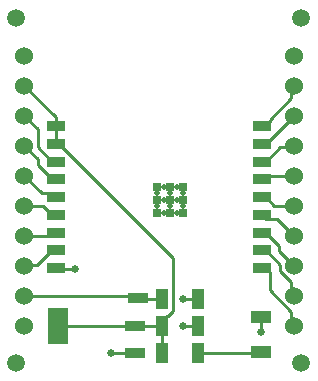
<source format=gtl>
G04*
G04 #@! TF.GenerationSoftware,Altium Limited,Altium Designer,24.0.1 (36)*
G04*
G04 Layer_Physical_Order=1*
G04 Layer_Color=255*
%FSLAX44Y44*%
%MOMM*%
G71*
G04*
G04 #@! TF.SameCoordinates,679F6686-0656-46BC-BDB5-5FE1FF963507*
G04*
G04*
G04 #@! TF.FilePolarity,Positive*
G04*
G01*
G75*
%ADD11C,0.2540*%
%ADD13C,1.5000*%
%ADD14R,0.7000X0.7000*%
%ADD15R,1.5000X0.9000*%
%ADD16R,1.8034X1.1176*%
%ADD17R,1.1176X1.8034*%
%ADD18R,1.7000X0.8382*%
%ADD19R,1.7000X3.0988*%
%ADD28C,0.5080*%
%ADD29C,1.5240*%
%ADD30C,0.6350*%
D11*
X93956Y-22860D02*
X94210Y-23114D01*
X73660Y-22860D02*
X93956D01*
X117094Y0D02*
Y3429D01*
X121412Y7747D01*
X121974D01*
X126492Y12265D01*
Y57008D01*
X26800Y153700D02*
X29800D01*
X126492Y57008D01*
X0Y25400D02*
X94424D01*
X11500Y151000D02*
Y166300D01*
X0Y177800D02*
X11500Y166300D01*
X26800Y153700D02*
Y168700D01*
X27240Y48260D02*
X43180D01*
X26800Y48700D02*
X27240Y48260D01*
X94424Y25400D02*
X96710Y23114D01*
X29210Y0D02*
X94210D01*
X117094Y-22860D02*
Y0D01*
X94210D02*
X117094D01*
X96964Y22860D02*
X117094D01*
X96710Y23114D02*
X96964Y22860D01*
X134620D02*
X147066D01*
X134620Y0D02*
X147066D01*
X200660Y-5080D02*
Y7366D01*
X147066Y-22860D02*
X200406D01*
X200660Y-22606D01*
X208030Y29806D02*
X226406Y11430D01*
X208030Y29806D02*
Y45470D01*
X204800Y48700D02*
X208030Y45470D01*
X226406Y2194D02*
X228600Y0D01*
X226406Y2194D02*
Y11430D01*
X201800Y48700D02*
X204800D01*
X201800Y63700D02*
X204800D01*
X217100Y51400D01*
Y46136D02*
Y51400D01*
Y46136D02*
X226406Y36830D01*
Y27594D02*
Y36830D01*
Y27594D02*
X228600Y25400D01*
X201800Y78700D02*
X204800D01*
X216241Y63159D02*
X228600Y50800D01*
X216241Y63159D02*
Y67259D01*
X204800Y78700D02*
X216241Y67259D01*
X201800Y93700D02*
X205030Y90470D01*
X214330D02*
X228600Y76200D01*
X205030Y90470D02*
X214330D01*
X201800Y108700D02*
X204800D01*
X211900Y101600D02*
X228600D01*
X204800Y108700D02*
X211900Y101600D01*
X204800Y123700D02*
X208100Y127000D01*
X201800Y123700D02*
X204800D01*
X208100Y127000D02*
X228600D01*
X204800Y138700D02*
X217170Y151070D01*
X227270D02*
X228600Y152400D01*
X217170Y151070D02*
X227270D01*
X201800Y138700D02*
X204800D01*
Y153700D02*
X228600Y177500D01*
Y177800D01*
X201800Y153700D02*
X204800D01*
X226170Y192253D02*
Y200770D01*
X201800Y168700D02*
X204800D01*
X226170Y200770D02*
X228600Y203200D01*
X208030Y174113D02*
X226170Y192253D01*
X208030Y171930D02*
Y174113D01*
X204800Y168700D02*
X208030Y171930D01*
X530Y51330D02*
X11430D01*
X23800Y63700D02*
X26800D01*
X0Y50800D02*
X530Y51330D01*
X11430D02*
X23800Y63700D01*
X24300Y76200D02*
X26800Y78700D01*
X0Y76200D02*
X24300D01*
X23800Y93700D02*
X26800D01*
X0Y101600D02*
X15900D01*
X23800Y93700D01*
X23570Y111930D02*
X26800Y108700D01*
X0Y127000D02*
X15070Y111930D01*
X23570D01*
X11500Y136000D02*
X23800Y123700D01*
X26800D01*
X0Y152400D02*
X11500Y140900D01*
Y136000D02*
Y140900D01*
Y151000D02*
X23800Y138700D01*
X26800D01*
X0Y203200D02*
X26800Y176400D01*
Y168700D02*
Y176400D01*
D13*
X-6350Y-31750D02*
D03*
X234950D02*
D03*
X-6350Y260350D02*
D03*
X234950D02*
D03*
D14*
X112900Y95700D02*
D03*
X123900D02*
D03*
X134900D02*
D03*
Y117700D02*
D03*
X123900D02*
D03*
X112900D02*
D03*
Y106700D02*
D03*
X134900D02*
D03*
X123900D02*
D03*
D15*
X201800Y168700D02*
D03*
Y153700D02*
D03*
Y138700D02*
D03*
Y123700D02*
D03*
Y108700D02*
D03*
Y93700D02*
D03*
Y78700D02*
D03*
Y63700D02*
D03*
Y48700D02*
D03*
X26800D02*
D03*
Y63700D02*
D03*
Y78700D02*
D03*
Y93700D02*
D03*
Y108700D02*
D03*
Y123700D02*
D03*
Y138700D02*
D03*
Y153700D02*
D03*
Y168700D02*
D03*
D16*
X200660Y7366D02*
D03*
Y-22606D02*
D03*
D17*
X117094Y-22860D02*
D03*
X147066D02*
D03*
X117094Y0D02*
D03*
X147066D02*
D03*
X117094Y22860D02*
D03*
X147066D02*
D03*
D18*
X96710Y23114D02*
D03*
X94210Y0D02*
D03*
Y-23114D02*
D03*
D19*
X29210Y0D02*
D03*
D28*
X112900Y101200D02*
D03*
X123900D02*
D03*
X118400Y95700D02*
D03*
X129400D02*
D03*
X118400Y106700D02*
D03*
X112900Y112200D02*
D03*
X123900D02*
D03*
X129400Y106700D02*
D03*
X118400Y117700D02*
D03*
X134900Y101200D02*
D03*
Y112200D02*
D03*
X129400Y117700D02*
D03*
D29*
X228600Y228600D02*
D03*
Y203200D02*
D03*
Y177800D02*
D03*
Y152400D02*
D03*
Y127000D02*
D03*
Y101600D02*
D03*
Y76200D02*
D03*
Y50800D02*
D03*
Y25400D02*
D03*
Y0D02*
D03*
X0Y228600D02*
D03*
Y203200D02*
D03*
Y177800D02*
D03*
Y152400D02*
D03*
Y127000D02*
D03*
Y101600D02*
D03*
Y76200D02*
D03*
Y50800D02*
D03*
Y25400D02*
D03*
Y0D02*
D03*
D30*
X43180Y48260D02*
D03*
X73660Y-22860D02*
D03*
X200660Y-5080D02*
D03*
X134620Y0D02*
D03*
Y22860D02*
D03*
M02*

</source>
